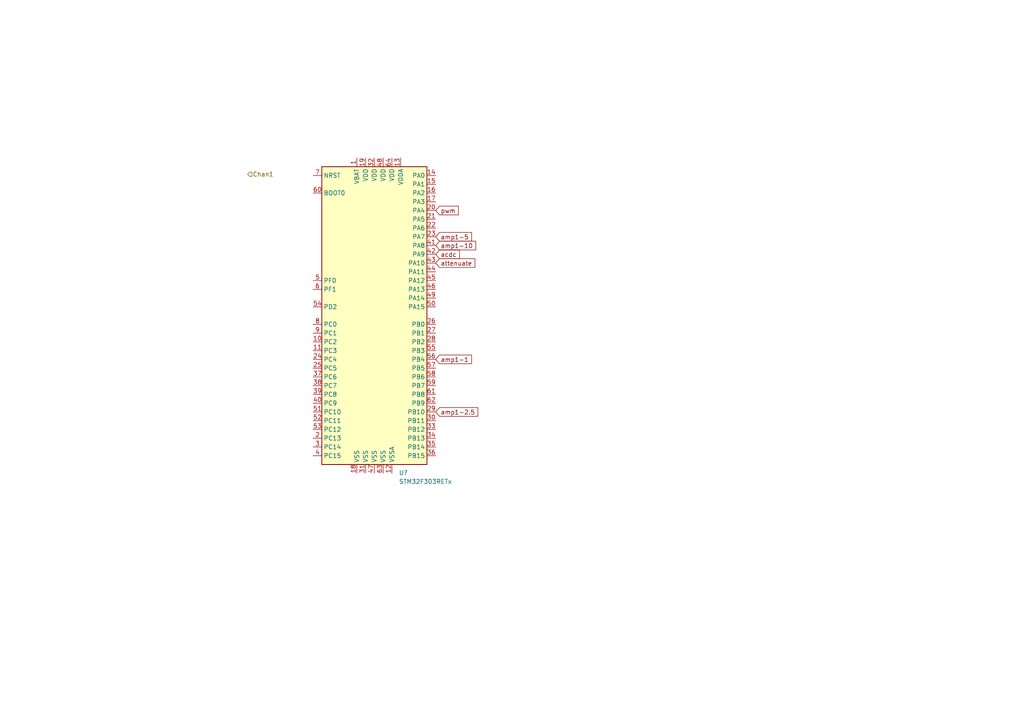
<source format=kicad_sch>
(kicad_sch (version 20211123) (generator eeschema)

  (uuid 74a6e1c7-f5c3-47e2-a894-cf104d2652b2)

  (paper "A4")

  (lib_symbols
    (symbol "MCU_ST_STM32F3:STM32F303RETx" (in_bom yes) (on_board yes)
      (property "Reference" "U" (id 0) (at -15.24 44.45 0)
        (effects (font (size 1.27 1.27)) (justify left))
      )
      (property "Value" "STM32F303RETx" (id 1) (at 10.16 44.45 0)
        (effects (font (size 1.27 1.27)) (justify left))
      )
      (property "Footprint" "Package_QFP:LQFP-64_10x10mm_P0.5mm" (id 2) (at -15.24 -43.18 0)
        (effects (font (size 1.27 1.27)) (justify right) hide)
      )
      (property "Datasheet" "http://www.st.com/st-web-ui/static/active/en/resource/technical/document/datasheet/DM00118585.pdf" (id 3) (at 0 0 0)
        (effects (font (size 1.27 1.27)) hide)
      )
      (property "ki_keywords" "ARM Cortex-M4 STM32F3 STM32F303" (id 4) (at 0 0 0)
        (effects (font (size 1.27 1.27)) hide)
      )
      (property "ki_description" "ARM Cortex-M4 MCU, 512KB flash, 64KB RAM, 72MHz, 2-3.6V, 51 GPIO, LQFP-64" (id 5) (at 0 0 0)
        (effects (font (size 1.27 1.27)) hide)
      )
      (property "ki_fp_filters" "LQFP*10x10mm*P0.5mm*" (id 6) (at 0 0 0)
        (effects (font (size 1.27 1.27)) hide)
      )
      (symbol "STM32F303RETx_0_1"
        (rectangle (start -15.24 -43.18) (end 15.24 43.18)
          (stroke (width 0.254) (type default) (color 0 0 0 0))
          (fill (type background))
        )
      )
      (symbol "STM32F303RETx_1_1"
        (pin power_in line (at -5.08 45.72 270) (length 2.54)
          (name "VBAT" (effects (font (size 1.27 1.27))))
          (number "1" (effects (font (size 1.27 1.27))))
        )
        (pin bidirectional line (at -17.78 -7.62 0) (length 2.54)
          (name "PC2" (effects (font (size 1.27 1.27))))
          (number "10" (effects (font (size 1.27 1.27))))
        )
        (pin bidirectional line (at -17.78 -10.16 0) (length 2.54)
          (name "PC3" (effects (font (size 1.27 1.27))))
          (number "11" (effects (font (size 1.27 1.27))))
        )
        (pin power_in line (at 5.08 -45.72 90) (length 2.54)
          (name "VSSA" (effects (font (size 1.27 1.27))))
          (number "12" (effects (font (size 1.27 1.27))))
        )
        (pin power_in line (at 7.62 45.72 270) (length 2.54)
          (name "VDDA" (effects (font (size 1.27 1.27))))
          (number "13" (effects (font (size 1.27 1.27))))
        )
        (pin bidirectional line (at 17.78 40.64 180) (length 2.54)
          (name "PA0" (effects (font (size 1.27 1.27))))
          (number "14" (effects (font (size 1.27 1.27))))
        )
        (pin bidirectional line (at 17.78 38.1 180) (length 2.54)
          (name "PA1" (effects (font (size 1.27 1.27))))
          (number "15" (effects (font (size 1.27 1.27))))
        )
        (pin bidirectional line (at 17.78 35.56 180) (length 2.54)
          (name "PA2" (effects (font (size 1.27 1.27))))
          (number "16" (effects (font (size 1.27 1.27))))
        )
        (pin bidirectional line (at 17.78 33.02 180) (length 2.54)
          (name "PA3" (effects (font (size 1.27 1.27))))
          (number "17" (effects (font (size 1.27 1.27))))
        )
        (pin power_in line (at -5.08 -45.72 90) (length 2.54)
          (name "VSS" (effects (font (size 1.27 1.27))))
          (number "18" (effects (font (size 1.27 1.27))))
        )
        (pin power_in line (at -2.54 45.72 270) (length 2.54)
          (name "VDD" (effects (font (size 1.27 1.27))))
          (number "19" (effects (font (size 1.27 1.27))))
        )
        (pin bidirectional line (at -17.78 -35.56 0) (length 2.54)
          (name "PC13" (effects (font (size 1.27 1.27))))
          (number "2" (effects (font (size 1.27 1.27))))
        )
        (pin bidirectional line (at 17.78 30.48 180) (length 2.54)
          (name "PA4" (effects (font (size 1.27 1.27))))
          (number "20" (effects (font (size 1.27 1.27))))
        )
        (pin bidirectional line (at 17.78 27.94 180) (length 2.54)
          (name "PA5" (effects (font (size 1.27 1.27))))
          (number "21" (effects (font (size 1.27 1.27))))
        )
        (pin bidirectional line (at 17.78 25.4 180) (length 2.54)
          (name "PA6" (effects (font (size 1.27 1.27))))
          (number "22" (effects (font (size 1.27 1.27))))
        )
        (pin bidirectional line (at 17.78 22.86 180) (length 2.54)
          (name "PA7" (effects (font (size 1.27 1.27))))
          (number "23" (effects (font (size 1.27 1.27))))
        )
        (pin bidirectional line (at -17.78 -12.7 0) (length 2.54)
          (name "PC4" (effects (font (size 1.27 1.27))))
          (number "24" (effects (font (size 1.27 1.27))))
        )
        (pin bidirectional line (at -17.78 -15.24 0) (length 2.54)
          (name "PC5" (effects (font (size 1.27 1.27))))
          (number "25" (effects (font (size 1.27 1.27))))
        )
        (pin bidirectional line (at 17.78 -2.54 180) (length 2.54)
          (name "PB0" (effects (font (size 1.27 1.27))))
          (number "26" (effects (font (size 1.27 1.27))))
        )
        (pin bidirectional line (at 17.78 -5.08 180) (length 2.54)
          (name "PB1" (effects (font (size 1.27 1.27))))
          (number "27" (effects (font (size 1.27 1.27))))
        )
        (pin bidirectional line (at 17.78 -7.62 180) (length 2.54)
          (name "PB2" (effects (font (size 1.27 1.27))))
          (number "28" (effects (font (size 1.27 1.27))))
        )
        (pin bidirectional line (at 17.78 -27.94 180) (length 2.54)
          (name "PB10" (effects (font (size 1.27 1.27))))
          (number "29" (effects (font (size 1.27 1.27))))
        )
        (pin bidirectional line (at -17.78 -38.1 0) (length 2.54)
          (name "PC14" (effects (font (size 1.27 1.27))))
          (number "3" (effects (font (size 1.27 1.27))))
        )
        (pin bidirectional line (at 17.78 -30.48 180) (length 2.54)
          (name "PB11" (effects (font (size 1.27 1.27))))
          (number "30" (effects (font (size 1.27 1.27))))
        )
        (pin power_in line (at -2.54 -45.72 90) (length 2.54)
          (name "VSS" (effects (font (size 1.27 1.27))))
          (number "31" (effects (font (size 1.27 1.27))))
        )
        (pin power_in line (at 0 45.72 270) (length 2.54)
          (name "VDD" (effects (font (size 1.27 1.27))))
          (number "32" (effects (font (size 1.27 1.27))))
        )
        (pin bidirectional line (at 17.78 -33.02 180) (length 2.54)
          (name "PB12" (effects (font (size 1.27 1.27))))
          (number "33" (effects (font (size 1.27 1.27))))
        )
        (pin bidirectional line (at 17.78 -35.56 180) (length 2.54)
          (name "PB13" (effects (font (size 1.27 1.27))))
          (number "34" (effects (font (size 1.27 1.27))))
        )
        (pin bidirectional line (at 17.78 -38.1 180) (length 2.54)
          (name "PB14" (effects (font (size 1.27 1.27))))
          (number "35" (effects (font (size 1.27 1.27))))
        )
        (pin bidirectional line (at 17.78 -40.64 180) (length 2.54)
          (name "PB15" (effects (font (size 1.27 1.27))))
          (number "36" (effects (font (size 1.27 1.27))))
        )
        (pin bidirectional line (at -17.78 -17.78 0) (length 2.54)
          (name "PC6" (effects (font (size 1.27 1.27))))
          (number "37" (effects (font (size 1.27 1.27))))
        )
        (pin bidirectional line (at -17.78 -20.32 0) (length 2.54)
          (name "PC7" (effects (font (size 1.27 1.27))))
          (number "38" (effects (font (size 1.27 1.27))))
        )
        (pin bidirectional line (at -17.78 -22.86 0) (length 2.54)
          (name "PC8" (effects (font (size 1.27 1.27))))
          (number "39" (effects (font (size 1.27 1.27))))
        )
        (pin bidirectional line (at -17.78 -40.64 0) (length 2.54)
          (name "PC15" (effects (font (size 1.27 1.27))))
          (number "4" (effects (font (size 1.27 1.27))))
        )
        (pin bidirectional line (at -17.78 -25.4 0) (length 2.54)
          (name "PC9" (effects (font (size 1.27 1.27))))
          (number "40" (effects (font (size 1.27 1.27))))
        )
        (pin bidirectional line (at 17.78 20.32 180) (length 2.54)
          (name "PA8" (effects (font (size 1.27 1.27))))
          (number "41" (effects (font (size 1.27 1.27))))
        )
        (pin bidirectional line (at 17.78 17.78 180) (length 2.54)
          (name "PA9" (effects (font (size 1.27 1.27))))
          (number "42" (effects (font (size 1.27 1.27))))
        )
        (pin bidirectional line (at 17.78 15.24 180) (length 2.54)
          (name "PA10" (effects (font (size 1.27 1.27))))
          (number "43" (effects (font (size 1.27 1.27))))
        )
        (pin bidirectional line (at 17.78 12.7 180) (length 2.54)
          (name "PA11" (effects (font (size 1.27 1.27))))
          (number "44" (effects (font (size 1.27 1.27))))
        )
        (pin bidirectional line (at 17.78 10.16 180) (length 2.54)
          (name "PA12" (effects (font (size 1.27 1.27))))
          (number "45" (effects (font (size 1.27 1.27))))
        )
        (pin bidirectional line (at 17.78 7.62 180) (length 2.54)
          (name "PA13" (effects (font (size 1.27 1.27))))
          (number "46" (effects (font (size 1.27 1.27))))
        )
        (pin power_in line (at 0 -45.72 90) (length 2.54)
          (name "VSS" (effects (font (size 1.27 1.27))))
          (number "47" (effects (font (size 1.27 1.27))))
        )
        (pin power_in line (at 2.54 45.72 270) (length 2.54)
          (name "VDD" (effects (font (size 1.27 1.27))))
          (number "48" (effects (font (size 1.27 1.27))))
        )
        (pin bidirectional line (at 17.78 5.08 180) (length 2.54)
          (name "PA14" (effects (font (size 1.27 1.27))))
          (number "49" (effects (font (size 1.27 1.27))))
        )
        (pin input line (at -17.78 10.16 0) (length 2.54)
          (name "PF0" (effects (font (size 1.27 1.27))))
          (number "5" (effects (font (size 1.27 1.27))))
        )
        (pin bidirectional line (at 17.78 2.54 180) (length 2.54)
          (name "PA15" (effects (font (size 1.27 1.27))))
          (number "50" (effects (font (size 1.27 1.27))))
        )
        (pin bidirectional line (at -17.78 -27.94 0) (length 2.54)
          (name "PC10" (effects (font (size 1.27 1.27))))
          (number "51" (effects (font (size 1.27 1.27))))
        )
        (pin bidirectional line (at -17.78 -30.48 0) (length 2.54)
          (name "PC11" (effects (font (size 1.27 1.27))))
          (number "52" (effects (font (size 1.27 1.27))))
        )
        (pin bidirectional line (at -17.78 -33.02 0) (length 2.54)
          (name "PC12" (effects (font (size 1.27 1.27))))
          (number "53" (effects (font (size 1.27 1.27))))
        )
        (pin bidirectional line (at -17.78 2.54 0) (length 2.54)
          (name "PD2" (effects (font (size 1.27 1.27))))
          (number "54" (effects (font (size 1.27 1.27))))
        )
        (pin bidirectional line (at 17.78 -10.16 180) (length 2.54)
          (name "PB3" (effects (font (size 1.27 1.27))))
          (number "55" (effects (font (size 1.27 1.27))))
        )
        (pin bidirectional line (at 17.78 -12.7 180) (length 2.54)
          (name "PB4" (effects (font (size 1.27 1.27))))
          (number "56" (effects (font (size 1.27 1.27))))
        )
        (pin bidirectional line (at 17.78 -15.24 180) (length 2.54)
          (name "PB5" (effects (font (size 1.27 1.27))))
          (number "57" (effects (font (size 1.27 1.27))))
        )
        (pin bidirectional line (at 17.78 -17.78 180) (length 2.54)
          (name "PB6" (effects (font (size 1.27 1.27))))
          (number "58" (effects (font (size 1.27 1.27))))
        )
        (pin bidirectional line (at 17.78 -20.32 180) (length 2.54)
          (name "PB7" (effects (font (size 1.27 1.27))))
          (number "59" (effects (font (size 1.27 1.27))))
        )
        (pin input line (at -17.78 7.62 0) (length 2.54)
          (name "PF1" (effects (font (size 1.27 1.27))))
          (number "6" (effects (font (size 1.27 1.27))))
        )
        (pin input line (at -17.78 35.56 0) (length 2.54)
          (name "BOOT0" (effects (font (size 1.27 1.27))))
          (number "60" (effects (font (size 1.27 1.27))))
        )
        (pin bidirectional line (at 17.78 -22.86 180) (length 2.54)
          (name "PB8" (effects (font (size 1.27 1.27))))
          (number "61" (effects (font (size 1.27 1.27))))
        )
        (pin bidirectional line (at 17.78 -25.4 180) (length 2.54)
          (name "PB9" (effects (font (size 1.27 1.27))))
          (number "62" (effects (font (size 1.27 1.27))))
        )
        (pin power_in line (at 2.54 -45.72 90) (length 2.54)
          (name "VSS" (effects (font (size 1.27 1.27))))
          (number "63" (effects (font (size 1.27 1.27))))
        )
        (pin power_in line (at 5.08 45.72 270) (length 2.54)
          (name "VDD" (effects (font (size 1.27 1.27))))
          (number "64" (effects (font (size 1.27 1.27))))
        )
        (pin input line (at -17.78 40.64 0) (length 2.54)
          (name "NRST" (effects (font (size 1.27 1.27))))
          (number "7" (effects (font (size 1.27 1.27))))
        )
        (pin bidirectional line (at -17.78 -2.54 0) (length 2.54)
          (name "PC0" (effects (font (size 1.27 1.27))))
          (number "8" (effects (font (size 1.27 1.27))))
        )
        (pin bidirectional line (at -17.78 -5.08 0) (length 2.54)
          (name "PC1" (effects (font (size 1.27 1.27))))
          (number "9" (effects (font (size 1.27 1.27))))
        )
      )
    )
  )


  (global_label "attenuate" (shape input) (at 126.365 76.3016 0) (fields_autoplaced)
    (effects (font (size 1.27 1.27)) (justify left))
    (uuid 3871721d-7e57-4332-a314-c7ffaf2347f5)
    (property "Intersheet References" "${INTERSHEET_REFS}" (id 0) (at 137.7286 76.2222 0)
      (effects (font (size 1.27 1.27)) (justify left) hide)
    )
  )
  (global_label "acdc" (shape input) (at 126.365 73.7616 0) (fields_autoplaced)
    (effects (font (size 1.27 1.27)) (justify left))
    (uuid 7fae3d5a-d5de-41e1-929e-3fbba13a92d8)
    (property "Intersheet References" "${INTERSHEET_REFS}" (id 0) (at 133.2533 73.6822 0)
      (effects (font (size 1.27 1.27)) (justify left) hide)
    )
  )
  (global_label "amp1-5" (shape input) (at 126.365 68.6816 0) (fields_autoplaced)
    (effects (font (size 1.27 1.27)) (justify left))
    (uuid 9cb716f7-a303-428e-8f5c-021d1c6ef919)
    (property "Intersheet References" "${INTERSHEET_REFS}" (id 0) (at 136.761 68.6022 0)
      (effects (font (size 1.27 1.27)) (justify left) hide)
    )
  )
  (global_label "amp1-10" (shape input) (at 126.365 71.2216 0) (fields_autoplaced)
    (effects (font (size 1.27 1.27)) (justify left))
    (uuid aa61fbee-8757-4ffa-a3f5-86b789fddc5e)
    (property "Intersheet References" "${INTERSHEET_REFS}" (id 0) (at 137.9705 71.1422 0)
      (effects (font (size 1.27 1.27)) (justify left) hide)
    )
  )
  (global_label "amp1-1" (shape input) (at 126.365 104.2416 0) (fields_autoplaced)
    (effects (font (size 1.27 1.27)) (justify left))
    (uuid aef4fbdf-3783-4078-b271-b0d5d8283588)
    (property "Intersheet References" "${INTERSHEET_REFS}" (id 0) (at 136.761 104.1622 0)
      (effects (font (size 1.27 1.27)) (justify left) hide)
    )
  )
  (global_label "amp1-2.5" (shape input) (at 126.365 119.4816 0) (fields_autoplaced)
    (effects (font (size 1.27 1.27)) (justify left))
    (uuid cad69e44-a216-43d4-875e-8c446dd0b9a2)
    (property "Intersheet References" "${INTERSHEET_REFS}" (id 0) (at 138.5752 119.4022 0)
      (effects (font (size 1.27 1.27)) (justify left) hide)
    )
  )
  (global_label "pwm" (shape input) (at 126.365 61.0616 0) (fields_autoplaced)
    (effects (font (size 1.27 1.27)) (justify left))
    (uuid ecc44db1-496e-4fdf-8f21-262cc0fd1a43)
    (property "Intersheet References" "${INTERSHEET_REFS}" (id 0) (at 132.951 60.9822 0)
      (effects (font (size 1.27 1.27)) (justify left) hide)
    )
  )

  (hierarchical_label "Chan1" (shape input) (at 71.8058 50.546 0)
    (effects (font (size 1.27 1.27)) (justify left))
    (uuid 040abefe-3b20-4850-bcd9-f9bf9822bfbc)
  )

  (symbol (lib_id "MCU_ST_STM32F3:STM32F303RETx") (at 108.585 91.5416 0) (unit 1)
    (in_bom yes) (on_board yes) (fields_autoplaced)
    (uuid 7100ee29-e111-4fb6-927f-d049d3009ec5)
    (property "Reference" "U?" (id 0) (at 115.6844 137.1346 0)
      (effects (font (size 1.27 1.27)) (justify left))
    )
    (property "Value" "STM32F303RETx" (id 1) (at 115.6844 139.6746 0)
      (effects (font (size 1.27 1.27)) (justify left))
    )
    (property "Footprint" "Package_QFP:LQFP-64_10x10mm_P0.5mm" (id 2) (at 93.345 134.7216 0)
      (effects (font (size 1.27 1.27)) (justify right) hide)
    )
    (property "Datasheet" "http://www.st.com/st-web-ui/static/active/en/resource/technical/document/datasheet/DM00118585.pdf" (id 3) (at 108.585 91.5416 0)
      (effects (font (size 1.27 1.27)) hide)
    )
    (pin "1" (uuid 74ba180f-7f37-41a8-b17e-cf6fdacb7be5))
    (pin "10" (uuid 6fdb4f12-73e7-43d2-85a0-e205e45628fc))
    (pin "11" (uuid 395e4b17-cc74-46f7-a620-f78554d42d58))
    (pin "12" (uuid ed42c8dd-a5dd-491c-9ef1-232d3ecd32d8))
    (pin "13" (uuid 1cfb826c-3cf9-426a-a14a-628b4f950ac7))
    (pin "14" (uuid cbdf7fc5-bd27-4d75-a430-03240a961187))
    (pin "15" (uuid 9700466b-f6ba-4519-915e-cc6eb0ae1b66))
    (pin "16" (uuid 2f30c62b-979d-4a77-a096-c7a72555528c))
    (pin "17" (uuid e4b7bab7-5d6c-48fc-896a-fffb9581e241))
    (pin "18" (uuid bdc36c88-8698-4f31-b5dc-bf889cede9bf))
    (pin "19" (uuid 0d386cd1-e9b4-4c34-9e9d-f868cfb96ffa))
    (pin "2" (uuid 80f751ca-6134-4113-b1c9-c3b96d42aa93))
    (pin "20" (uuid 7293027f-347f-41f6-a072-2cf3b9f188ba))
    (pin "21" (uuid 522d7c9b-438e-4cd0-abcc-4e6530b86eb7))
    (pin "22" (uuid 3e9c0956-1f3b-4391-b265-e30da69f7d4c))
    (pin "23" (uuid dc71b7af-498a-4185-b992-0517e05c845b))
    (pin "24" (uuid 35a8a6dd-9fbc-414a-91b6-0c49f30d93fc))
    (pin "25" (uuid b4f560b4-7308-43b2-a9ae-628f26a846b8))
    (pin "26" (uuid 7a6ee4b2-09f9-48c7-94e6-3bf32e474cb8))
    (pin "27" (uuid 72d4e433-fa20-42ba-827d-da1abab71035))
    (pin "28" (uuid 60029e7d-a7df-4316-abbb-7a56e91da086))
    (pin "29" (uuid 9d000e56-bcf5-4d91-af29-dc15c5ce1a31))
    (pin "3" (uuid eee94d2e-2310-4f0c-9f74-2cffa098abf7))
    (pin "30" (uuid 9e51ba5b-d662-460e-afed-de1765cae606))
    (pin "31" (uuid e206622e-4e9e-499a-a1bf-4feaeea27164))
    (pin "32" (uuid f1205280-7e72-415c-9169-160b98282a61))
    (pin "33" (uuid 21989450-78d2-4719-80f9-ee81633d1649))
    (pin "34" (uuid 1ecddad1-5c89-45eb-b54e-f9a7bcc206d3))
    (pin "35" (uuid 03538767-6ea5-4e48-85ca-69b8f10c6bca))
    (pin "36" (uuid 64d03d42-fe02-464c-8338-7ececc1bb654))
    (pin "37" (uuid e304fc46-ffd0-49dd-8cc2-5db1fd3c62db))
    (pin "38" (uuid 35258d94-c65b-4f8c-bda6-24b335908649))
    (pin "39" (uuid 8681177e-7606-454b-a61c-3556dc60f3a7))
    (pin "4" (uuid e80bb5c1-f500-4d0c-a292-2937ba2a8b89))
    (pin "40" (uuid a6066b2c-d923-4ed3-89b6-21d1847bd924))
    (pin "41" (uuid 9e1f381d-d93f-481b-8253-32bce4f7f48a))
    (pin "42" (uuid ea551996-b90b-47bd-a3e0-a5f961054996))
    (pin "43" (uuid 5749d5b5-d83a-4f16-a024-4b0da9a7ed08))
    (pin "44" (uuid 5705efa6-b502-480a-b62d-30ef9a2b4d8e))
    (pin "45" (uuid 52efdeb4-7afb-4b8d-af06-4a28573717e2))
    (pin "46" (uuid 75498464-27e1-4492-8758-9ab21abb50b8))
    (pin "47" (uuid 39380a71-5da7-4bff-ab49-7364f68d6916))
    (pin "48" (uuid 47a879dc-d569-4597-8993-e1f511e710ec))
    (pin "49" (uuid 292dff2f-3d84-48a4-8f04-92b50a8bfb3e))
    (pin "5" (uuid 63fe84e1-9a39-485a-a955-922fc4ddfad2))
    (pin "50" (uuid 99b1449a-c593-4ce5-940d-2723fa4d246c))
    (pin "51" (uuid c551d26a-38f5-4d5c-8d83-06edcedac8d4))
    (pin "52" (uuid bd9fbd77-1542-4295-8a7d-aef9339b1f57))
    (pin "53" (uuid b00d5eca-e777-4286-8ed2-4b16d249c333))
    (pin "54" (uuid 7faec7b7-d756-4727-9624-3e9f87ac2e63))
    (pin "55" (uuid 34e8a58d-a5c9-476c-af3f-c35f3b9ff049))
    (pin "56" (uuid a02ff3f7-cd4c-44c7-8d2c-ed9e9a835cc0))
    (pin "57" (uuid c5db185c-fe4c-4ab7-bc81-2167c97c32e7))
    (pin "58" (uuid b6ec5217-9ba9-411f-ad92-e3491ca5b3f5))
    (pin "59" (uuid 5b253995-99a5-49ad-9271-589ad3ff2a2d))
    (pin "6" (uuid e8b4b526-dc68-47c5-a1ac-e47172b1b858))
    (pin "60" (uuid d2ec684c-b027-420b-b412-aecdae2aa57c))
    (pin "61" (uuid 319b5206-4692-4516-9948-c5bf4fbb6ac2))
    (pin "62" (uuid e4df26c5-655c-4f20-8976-7ce42efd3344))
    (pin "63" (uuid c968fb59-61d7-454d-87a6-b71c29373e7b))
    (pin "64" (uuid 854cc9f3-424d-418c-a39e-18c9720634d4))
    (pin "7" (uuid c74fb553-e141-40d2-aa67-2f673cde0d71))
    (pin "8" (uuid 8f8c924c-4581-45d1-83f3-1203f35caf72))
    (pin "9" (uuid f42f8edc-ad77-4492-967c-95604d641321))
  )
)

</source>
